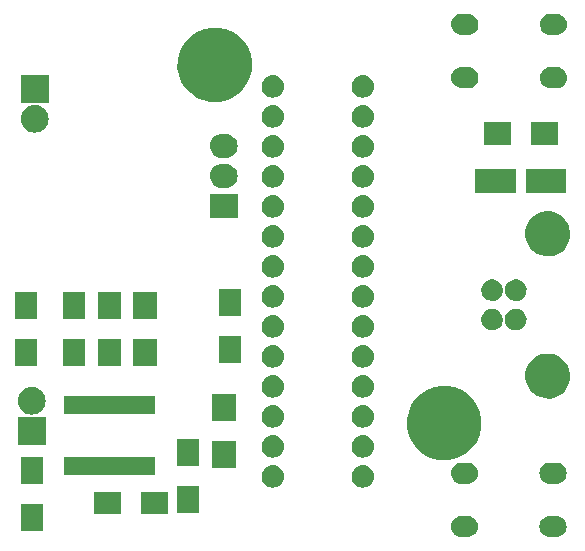
<source format=gts>
G04 #@! TF.FileFunction,Soldermask,Top*
%FSLAX45Y45*%
G04 Gerber Fmt 4.5, Leading zero omitted, Abs format (unit mm)*
G04 Created by KiCad (PCBNEW (2015-10-12 BZR 6264)-product) date Wed 14 Oct 2015 19:18:34 CEST*
%MOMM*%
G01*
G04 APERTURE LIST*
%ADD10C,0.100000*%
G04 APERTURE END LIST*
D10*
G36*
X4697387Y-4534607D02*
X4697630Y-4534609D01*
X4715318Y-4536593D01*
X4732284Y-4541975D01*
X4747881Y-4550550D01*
X4761516Y-4561991D01*
X4772669Y-4575862D01*
X4780916Y-4591636D01*
X4785941Y-4608711D01*
X4785941Y-4608715D01*
X4785942Y-4608716D01*
X4787555Y-4626437D01*
X4785695Y-4644132D01*
X4785694Y-4644134D01*
X4785694Y-4644138D01*
X4780430Y-4661141D01*
X4771965Y-4676798D01*
X4760619Y-4690513D01*
X4746826Y-4701762D01*
X4731110Y-4710119D01*
X4714071Y-4715263D01*
X4696356Y-4717000D01*
X4647642Y-4717000D01*
X4646613Y-4716993D01*
X4646370Y-4716991D01*
X4628682Y-4715007D01*
X4611716Y-4709625D01*
X4596119Y-4701050D01*
X4582484Y-4689609D01*
X4571331Y-4675738D01*
X4563084Y-4659964D01*
X4558059Y-4642889D01*
X4558059Y-4642885D01*
X4558058Y-4642884D01*
X4556446Y-4625163D01*
X4558305Y-4607468D01*
X4558306Y-4607466D01*
X4558306Y-4607462D01*
X4563570Y-4590459D01*
X4572035Y-4574802D01*
X4583381Y-4561087D01*
X4597174Y-4549838D01*
X4612890Y-4541481D01*
X4629929Y-4536337D01*
X4647644Y-4534600D01*
X4696358Y-4534600D01*
X4697387Y-4534607D01*
X4697387Y-4534607D01*
G37*
G36*
X3947387Y-4534607D02*
X3947630Y-4534609D01*
X3965318Y-4536593D01*
X3982284Y-4541975D01*
X3997881Y-4550550D01*
X4011516Y-4561991D01*
X4022669Y-4575862D01*
X4030916Y-4591636D01*
X4035941Y-4608711D01*
X4035941Y-4608715D01*
X4035942Y-4608716D01*
X4037554Y-4626437D01*
X4035695Y-4644132D01*
X4035694Y-4644134D01*
X4035694Y-4644138D01*
X4030430Y-4661141D01*
X4021965Y-4676798D01*
X4010619Y-4690513D01*
X3996826Y-4701762D01*
X3981110Y-4710119D01*
X3964071Y-4715263D01*
X3946356Y-4717000D01*
X3897642Y-4717000D01*
X3896613Y-4716993D01*
X3896370Y-4716991D01*
X3878682Y-4715007D01*
X3861716Y-4709625D01*
X3846119Y-4701050D01*
X3832484Y-4689609D01*
X3821331Y-4675738D01*
X3813084Y-4659964D01*
X3808059Y-4642889D01*
X3808059Y-4642885D01*
X3808058Y-4642884D01*
X3806445Y-4625163D01*
X3808305Y-4607468D01*
X3808306Y-4607466D01*
X3808306Y-4607462D01*
X3813570Y-4590459D01*
X3822035Y-4574802D01*
X3833381Y-4561087D01*
X3847174Y-4549838D01*
X3862890Y-4541481D01*
X3879929Y-4536337D01*
X3897644Y-4534600D01*
X3946358Y-4534600D01*
X3947387Y-4534607D01*
X3947387Y-4534607D01*
G37*
G36*
X353400Y-4665000D02*
X163400Y-4665000D01*
X163400Y-4435000D01*
X353400Y-4435000D01*
X353400Y-4665000D01*
X353400Y-4665000D01*
G37*
G36*
X1411600Y-4521200D02*
X1181600Y-4521200D01*
X1181600Y-4331200D01*
X1411600Y-4331200D01*
X1411600Y-4521200D01*
X1411600Y-4521200D01*
G37*
G36*
X1011600Y-4521200D02*
X781600Y-4521200D01*
X781600Y-4331200D01*
X1011600Y-4331200D01*
X1011600Y-4521200D01*
X1011600Y-4521200D01*
G37*
G36*
X1674200Y-4512600D02*
X1484200Y-4512600D01*
X1484200Y-4282600D01*
X1674200Y-4282600D01*
X1674200Y-4512600D01*
X1674200Y-4512600D01*
G37*
G36*
X3063543Y-4107007D02*
X3063544Y-4107008D01*
X3063786Y-4107009D01*
X3082211Y-4109076D01*
X3099884Y-4114682D01*
X3116132Y-4123614D01*
X3130335Y-4135532D01*
X3141952Y-4149981D01*
X3150542Y-4166412D01*
X3155777Y-4184199D01*
X3155777Y-4184203D01*
X3155778Y-4184204D01*
X3157458Y-4202663D01*
X3155520Y-4221096D01*
X3155520Y-4221098D01*
X3155519Y-4221102D01*
X3150037Y-4238814D01*
X3141218Y-4255123D01*
X3129400Y-4269409D01*
X3115032Y-4281128D01*
X3098661Y-4289832D01*
X3080912Y-4295191D01*
X3062460Y-4297000D01*
X3061539Y-4297000D01*
X3060457Y-4296993D01*
X3060456Y-4296992D01*
X3060214Y-4296991D01*
X3041789Y-4294924D01*
X3024116Y-4289318D01*
X3007868Y-4280386D01*
X2993665Y-4268468D01*
X2982048Y-4254019D01*
X2973458Y-4237588D01*
X2968223Y-4219801D01*
X2968223Y-4219797D01*
X2968222Y-4219796D01*
X2966542Y-4201337D01*
X2968480Y-4182904D01*
X2968480Y-4182902D01*
X2968481Y-4182898D01*
X2973963Y-4165186D01*
X2982782Y-4148877D01*
X2994600Y-4134591D01*
X3008968Y-4122872D01*
X3025339Y-4114168D01*
X3043088Y-4108809D01*
X3061540Y-4107000D01*
X3062461Y-4107000D01*
X3063543Y-4107007D01*
X3063543Y-4107007D01*
G37*
G36*
X2301543Y-4107007D02*
X2301544Y-4107008D01*
X2301786Y-4107009D01*
X2320211Y-4109076D01*
X2337884Y-4114682D01*
X2354132Y-4123614D01*
X2368335Y-4135532D01*
X2379952Y-4149981D01*
X2388542Y-4166412D01*
X2393777Y-4184199D01*
X2393777Y-4184203D01*
X2393778Y-4184204D01*
X2395458Y-4202663D01*
X2393520Y-4221096D01*
X2393520Y-4221098D01*
X2393519Y-4221102D01*
X2388037Y-4238814D01*
X2379218Y-4255123D01*
X2367400Y-4269409D01*
X2353032Y-4281128D01*
X2336661Y-4289832D01*
X2318912Y-4295191D01*
X2300460Y-4297000D01*
X2299539Y-4297000D01*
X2298457Y-4296993D01*
X2298456Y-4296992D01*
X2298214Y-4296991D01*
X2279789Y-4294924D01*
X2262116Y-4289318D01*
X2245868Y-4280386D01*
X2231665Y-4268468D01*
X2220048Y-4254019D01*
X2211458Y-4237588D01*
X2206223Y-4219801D01*
X2206223Y-4219797D01*
X2206222Y-4219796D01*
X2204542Y-4201337D01*
X2206480Y-4182904D01*
X2206480Y-4182902D01*
X2206481Y-4182898D01*
X2211963Y-4165186D01*
X2220782Y-4148877D01*
X2232600Y-4134591D01*
X2246968Y-4122872D01*
X2263339Y-4114168D01*
X2281088Y-4108809D01*
X2299540Y-4107000D01*
X2300461Y-4107000D01*
X2301543Y-4107007D01*
X2301543Y-4107007D01*
G37*
G36*
X4697387Y-4084607D02*
X4697630Y-4084609D01*
X4715318Y-4086593D01*
X4732284Y-4091975D01*
X4747881Y-4100550D01*
X4761516Y-4111991D01*
X4772669Y-4125862D01*
X4780916Y-4141636D01*
X4785941Y-4158711D01*
X4785941Y-4158715D01*
X4785942Y-4158716D01*
X4787555Y-4176437D01*
X4785695Y-4194132D01*
X4785694Y-4194134D01*
X4785694Y-4194138D01*
X4780430Y-4211141D01*
X4771965Y-4226798D01*
X4760619Y-4240513D01*
X4746826Y-4251762D01*
X4731110Y-4260119D01*
X4714071Y-4265263D01*
X4696356Y-4267000D01*
X4647642Y-4267000D01*
X4646613Y-4266993D01*
X4646370Y-4266991D01*
X4628682Y-4265007D01*
X4611716Y-4259625D01*
X4596119Y-4251050D01*
X4582484Y-4239609D01*
X4571331Y-4225738D01*
X4563084Y-4209964D01*
X4558059Y-4192889D01*
X4558059Y-4192885D01*
X4558058Y-4192884D01*
X4556446Y-4175163D01*
X4558305Y-4157468D01*
X4558306Y-4157466D01*
X4558306Y-4157462D01*
X4563570Y-4140459D01*
X4572035Y-4124802D01*
X4583381Y-4111087D01*
X4597174Y-4099838D01*
X4612890Y-4091481D01*
X4629929Y-4086337D01*
X4647644Y-4084600D01*
X4696358Y-4084600D01*
X4697387Y-4084607D01*
X4697387Y-4084607D01*
G37*
G36*
X3947387Y-4084607D02*
X3947630Y-4084609D01*
X3965318Y-4086593D01*
X3982284Y-4091975D01*
X3997881Y-4100550D01*
X4011516Y-4111991D01*
X4022669Y-4125862D01*
X4030916Y-4141636D01*
X4035941Y-4158711D01*
X4035941Y-4158715D01*
X4035942Y-4158716D01*
X4037554Y-4176437D01*
X4035695Y-4194132D01*
X4035694Y-4194134D01*
X4035694Y-4194138D01*
X4030430Y-4211141D01*
X4021965Y-4226798D01*
X4010619Y-4240513D01*
X3996826Y-4251762D01*
X3981110Y-4260119D01*
X3964071Y-4265263D01*
X3946356Y-4267000D01*
X3897642Y-4267000D01*
X3896613Y-4266993D01*
X3896370Y-4266991D01*
X3878682Y-4265007D01*
X3861716Y-4259625D01*
X3846119Y-4251050D01*
X3832484Y-4239609D01*
X3821331Y-4225738D01*
X3813084Y-4209964D01*
X3808059Y-4192889D01*
X3808059Y-4192885D01*
X3808058Y-4192884D01*
X3806445Y-4175163D01*
X3808305Y-4157468D01*
X3808306Y-4157466D01*
X3808306Y-4157462D01*
X3813570Y-4140459D01*
X3822035Y-4124802D01*
X3833381Y-4111087D01*
X3847174Y-4099838D01*
X3862890Y-4091481D01*
X3879929Y-4086337D01*
X3897644Y-4084600D01*
X3946358Y-4084600D01*
X3947387Y-4084607D01*
X3947387Y-4084607D01*
G37*
G36*
X353400Y-4265000D02*
X163400Y-4265000D01*
X163400Y-4035000D01*
X353400Y-4035000D01*
X353400Y-4265000D01*
X353400Y-4265000D01*
G37*
G36*
X1299490Y-4189800D02*
X530990Y-4189800D01*
X530990Y-4039800D01*
X1299490Y-4039800D01*
X1299490Y-4189800D01*
X1299490Y-4189800D01*
G37*
G36*
X1984000Y-4131600D02*
X1784000Y-4131600D01*
X1784000Y-3901600D01*
X1984000Y-3901600D01*
X1984000Y-4131600D01*
X1984000Y-4131600D01*
G37*
G36*
X1674200Y-4112600D02*
X1484200Y-4112600D01*
X1484200Y-3882600D01*
X1674200Y-3882600D01*
X1674200Y-4112600D01*
X1674200Y-4112600D01*
G37*
G36*
X3783083Y-3435235D02*
X3843591Y-3447656D01*
X3900534Y-3471593D01*
X3951744Y-3506134D01*
X3995269Y-3549964D01*
X4029451Y-3601413D01*
X4052990Y-3658522D01*
X4064980Y-3719074D01*
X4064980Y-3719075D01*
X4064987Y-3719115D01*
X4064002Y-3789668D01*
X4063993Y-3789707D01*
X4063993Y-3789709D01*
X4050318Y-3849902D01*
X4025194Y-3906332D01*
X3989587Y-3956807D01*
X3944856Y-3999404D01*
X3892701Y-4032502D01*
X3835113Y-4054839D01*
X3774282Y-4065565D01*
X3712525Y-4064272D01*
X3652197Y-4051008D01*
X3595593Y-4026278D01*
X3544871Y-3991025D01*
X3501962Y-3946592D01*
X3468501Y-3894671D01*
X3445762Y-3837238D01*
X3434612Y-3776484D01*
X3435474Y-3714720D01*
X3448317Y-3654300D01*
X3472650Y-3597526D01*
X3507548Y-3546559D01*
X3551681Y-3503341D01*
X3603368Y-3469518D01*
X3660639Y-3446379D01*
X3721315Y-3434804D01*
X3783083Y-3435235D01*
X3783083Y-3435235D01*
G37*
G36*
X2301543Y-3853007D02*
X2301544Y-3853008D01*
X2301786Y-3853009D01*
X2320211Y-3855076D01*
X2337884Y-3860682D01*
X2354132Y-3869614D01*
X2368335Y-3881532D01*
X2379952Y-3895981D01*
X2388542Y-3912412D01*
X2393777Y-3930199D01*
X2393777Y-3930203D01*
X2393778Y-3930204D01*
X2395458Y-3948663D01*
X2393520Y-3967096D01*
X2393520Y-3967098D01*
X2393519Y-3967102D01*
X2388037Y-3984814D01*
X2379218Y-4001123D01*
X2367400Y-4015409D01*
X2353032Y-4027127D01*
X2336661Y-4035832D01*
X2318912Y-4041191D01*
X2300460Y-4043000D01*
X2299539Y-4043000D01*
X2298457Y-4042992D01*
X2298456Y-4042992D01*
X2298214Y-4042991D01*
X2279789Y-4040924D01*
X2262116Y-4035318D01*
X2245868Y-4026386D01*
X2231665Y-4014468D01*
X2220048Y-4000018D01*
X2211458Y-3983588D01*
X2206223Y-3965801D01*
X2206223Y-3965797D01*
X2206222Y-3965796D01*
X2204542Y-3947337D01*
X2206480Y-3928904D01*
X2206480Y-3928902D01*
X2206481Y-3928898D01*
X2211963Y-3911186D01*
X2220782Y-3894877D01*
X2232600Y-3880591D01*
X2246968Y-3868872D01*
X2263339Y-3860168D01*
X2281088Y-3854809D01*
X2299540Y-3853000D01*
X2300461Y-3853000D01*
X2301543Y-3853007D01*
X2301543Y-3853007D01*
G37*
G36*
X3063543Y-3853007D02*
X3063544Y-3853008D01*
X3063786Y-3853009D01*
X3082211Y-3855076D01*
X3099884Y-3860682D01*
X3116132Y-3869614D01*
X3130335Y-3881532D01*
X3141952Y-3895981D01*
X3150542Y-3912412D01*
X3155777Y-3930199D01*
X3155777Y-3930203D01*
X3155778Y-3930204D01*
X3157458Y-3948663D01*
X3155520Y-3967096D01*
X3155520Y-3967098D01*
X3155519Y-3967102D01*
X3150037Y-3984814D01*
X3141218Y-4001123D01*
X3129400Y-4015409D01*
X3115032Y-4027127D01*
X3098661Y-4035832D01*
X3080912Y-4041191D01*
X3062460Y-4043000D01*
X3061539Y-4043000D01*
X3060457Y-4042992D01*
X3060456Y-4042992D01*
X3060214Y-4042991D01*
X3041789Y-4040924D01*
X3024116Y-4035318D01*
X3007868Y-4026386D01*
X2993665Y-4014468D01*
X2982048Y-4000018D01*
X2973458Y-3983588D01*
X2968223Y-3965801D01*
X2968223Y-3965797D01*
X2968222Y-3965796D01*
X2966542Y-3947337D01*
X2968480Y-3928904D01*
X2968480Y-3928902D01*
X2968481Y-3928898D01*
X2973963Y-3911186D01*
X2982782Y-3894877D01*
X2994600Y-3880591D01*
X3008968Y-3868872D01*
X3025339Y-3860168D01*
X3043088Y-3854809D01*
X3061540Y-3853000D01*
X3062461Y-3853000D01*
X3063543Y-3853007D01*
X3063543Y-3853007D01*
G37*
G36*
X375000Y-3933200D02*
X141800Y-3933200D01*
X141800Y-3700000D01*
X375000Y-3700000D01*
X375000Y-3933200D01*
X375000Y-3933200D01*
G37*
G36*
X2301543Y-3599007D02*
X2301544Y-3599008D01*
X2301786Y-3599009D01*
X2320211Y-3601076D01*
X2337884Y-3606682D01*
X2354132Y-3615614D01*
X2368335Y-3627532D01*
X2379952Y-3641981D01*
X2388542Y-3658412D01*
X2393777Y-3676199D01*
X2393777Y-3676203D01*
X2393778Y-3676204D01*
X2395458Y-3694663D01*
X2393520Y-3713096D01*
X2393520Y-3713098D01*
X2393519Y-3713102D01*
X2388037Y-3730814D01*
X2379218Y-3747123D01*
X2367400Y-3761409D01*
X2353032Y-3773127D01*
X2336661Y-3781832D01*
X2318912Y-3787191D01*
X2300460Y-3789000D01*
X2299539Y-3789000D01*
X2298457Y-3788992D01*
X2298456Y-3788992D01*
X2298214Y-3788991D01*
X2279789Y-3786924D01*
X2262116Y-3781318D01*
X2245868Y-3772386D01*
X2231665Y-3760468D01*
X2220048Y-3746018D01*
X2211458Y-3729588D01*
X2206223Y-3711801D01*
X2206223Y-3711797D01*
X2206222Y-3711796D01*
X2204542Y-3693337D01*
X2206480Y-3674904D01*
X2206480Y-3674902D01*
X2206481Y-3674898D01*
X2211963Y-3657186D01*
X2220782Y-3640877D01*
X2232600Y-3626591D01*
X2246968Y-3614872D01*
X2263339Y-3606168D01*
X2281088Y-3600809D01*
X2299540Y-3599000D01*
X2300461Y-3599000D01*
X2301543Y-3599007D01*
X2301543Y-3599007D01*
G37*
G36*
X3063543Y-3599007D02*
X3063544Y-3599008D01*
X3063786Y-3599009D01*
X3082211Y-3601076D01*
X3099884Y-3606682D01*
X3116132Y-3615614D01*
X3130335Y-3627532D01*
X3141952Y-3641981D01*
X3150542Y-3658412D01*
X3155777Y-3676199D01*
X3155777Y-3676203D01*
X3155778Y-3676204D01*
X3157458Y-3694663D01*
X3155520Y-3713096D01*
X3155520Y-3713098D01*
X3155519Y-3713102D01*
X3150037Y-3730814D01*
X3141218Y-3747123D01*
X3129400Y-3761409D01*
X3115032Y-3773127D01*
X3098661Y-3781832D01*
X3080912Y-3787191D01*
X3062460Y-3789000D01*
X3061539Y-3789000D01*
X3060457Y-3788992D01*
X3060456Y-3788992D01*
X3060214Y-3788991D01*
X3041789Y-3786924D01*
X3024116Y-3781318D01*
X3007868Y-3772386D01*
X2993665Y-3760468D01*
X2982048Y-3746018D01*
X2973458Y-3729588D01*
X2968223Y-3711801D01*
X2968223Y-3711797D01*
X2968222Y-3711796D01*
X2966542Y-3693337D01*
X2968480Y-3674904D01*
X2968480Y-3674902D01*
X2968481Y-3674898D01*
X2973963Y-3657186D01*
X2982782Y-3640877D01*
X2994600Y-3626591D01*
X3008968Y-3614872D01*
X3025339Y-3606168D01*
X3043088Y-3600809D01*
X3061540Y-3599000D01*
X3062461Y-3599000D01*
X3063543Y-3599007D01*
X3063543Y-3599007D01*
G37*
G36*
X1984000Y-3731600D02*
X1784000Y-3731600D01*
X1784000Y-3501600D01*
X1984000Y-3501600D01*
X1984000Y-3731600D01*
X1984000Y-3731600D01*
G37*
G36*
X260052Y-3446008D02*
X260592Y-3446011D01*
X283207Y-3448548D01*
X304898Y-3455429D01*
X324839Y-3466392D01*
X342272Y-3481019D01*
X356531Y-3498754D01*
X367074Y-3518921D01*
X373499Y-3540751D01*
X373499Y-3540756D01*
X373500Y-3540757D01*
X375562Y-3563414D01*
X373183Y-3586040D01*
X373183Y-3586040D01*
X373183Y-3586046D01*
X366453Y-3607784D01*
X355630Y-3627802D01*
X341125Y-3645336D01*
X323490Y-3659719D01*
X303397Y-3670402D01*
X281612Y-3676979D01*
X258964Y-3679200D01*
X257835Y-3679200D01*
X256748Y-3679192D01*
X256208Y-3679189D01*
X233593Y-3676652D01*
X211902Y-3669771D01*
X191961Y-3658808D01*
X174528Y-3644181D01*
X160269Y-3626446D01*
X149726Y-3606279D01*
X143301Y-3584449D01*
X143301Y-3584444D01*
X143300Y-3584443D01*
X141238Y-3561786D01*
X143617Y-3539160D01*
X143617Y-3539160D01*
X143617Y-3539154D01*
X150347Y-3517416D01*
X161170Y-3497398D01*
X175675Y-3479864D01*
X193310Y-3465481D01*
X213403Y-3454798D01*
X235188Y-3448221D01*
X257836Y-3446000D01*
X258965Y-3446000D01*
X260052Y-3446008D01*
X260052Y-3446008D01*
G37*
G36*
X1299490Y-3669800D02*
X530990Y-3669800D01*
X530990Y-3519800D01*
X1299490Y-3519800D01*
X1299490Y-3669800D01*
X1299490Y-3669800D01*
G37*
G36*
X4647157Y-3161926D02*
X4683656Y-3169418D01*
X4718006Y-3183858D01*
X4748897Y-3204694D01*
X4775152Y-3231133D01*
X4795772Y-3262168D01*
X4809971Y-3296618D01*
X4817200Y-3333128D01*
X4817200Y-3333129D01*
X4817208Y-3333169D01*
X4816614Y-3375728D01*
X4816605Y-3375768D01*
X4816605Y-3375770D01*
X4808359Y-3412064D01*
X4793204Y-3446103D01*
X4771725Y-3476551D01*
X4744742Y-3502246D01*
X4713281Y-3522212D01*
X4678542Y-3535687D01*
X4641848Y-3542157D01*
X4604594Y-3541377D01*
X4568203Y-3533375D01*
X4534058Y-3518458D01*
X4503461Y-3497192D01*
X4477578Y-3470389D01*
X4457393Y-3439069D01*
X4443676Y-3404424D01*
X4436950Y-3367776D01*
X4437470Y-3330519D01*
X4445217Y-3294072D01*
X4459896Y-3259824D01*
X4480947Y-3229079D01*
X4507569Y-3203009D01*
X4538748Y-3182606D01*
X4573296Y-3168648D01*
X4609896Y-3161666D01*
X4647157Y-3161926D01*
X4647157Y-3161926D01*
G37*
G36*
X3063543Y-3345007D02*
X3063544Y-3345008D01*
X3063786Y-3345009D01*
X3082211Y-3347076D01*
X3099884Y-3352682D01*
X3116132Y-3361614D01*
X3130335Y-3373532D01*
X3141952Y-3387981D01*
X3150542Y-3404412D01*
X3155777Y-3422199D01*
X3155777Y-3422203D01*
X3155778Y-3422204D01*
X3157458Y-3440663D01*
X3155520Y-3459096D01*
X3155520Y-3459098D01*
X3155519Y-3459102D01*
X3150037Y-3476814D01*
X3141218Y-3493123D01*
X3129400Y-3507409D01*
X3115032Y-3519127D01*
X3098661Y-3527832D01*
X3080912Y-3533191D01*
X3062460Y-3535000D01*
X3061539Y-3535000D01*
X3060457Y-3534992D01*
X3060456Y-3534992D01*
X3060214Y-3534991D01*
X3041789Y-3532924D01*
X3024116Y-3527318D01*
X3007868Y-3518386D01*
X2993665Y-3506468D01*
X2982048Y-3492018D01*
X2973458Y-3475588D01*
X2968223Y-3457801D01*
X2968223Y-3457797D01*
X2968222Y-3457796D01*
X2966542Y-3439337D01*
X2968480Y-3420904D01*
X2968480Y-3420902D01*
X2968481Y-3420898D01*
X2973963Y-3403186D01*
X2982782Y-3386877D01*
X2994600Y-3372591D01*
X3008968Y-3360872D01*
X3025339Y-3352168D01*
X3043088Y-3346809D01*
X3061540Y-3345000D01*
X3062461Y-3345000D01*
X3063543Y-3345007D01*
X3063543Y-3345007D01*
G37*
G36*
X2301543Y-3345007D02*
X2301544Y-3345008D01*
X2301786Y-3345009D01*
X2320211Y-3347076D01*
X2337884Y-3352682D01*
X2354132Y-3361614D01*
X2368335Y-3373532D01*
X2379952Y-3387981D01*
X2388542Y-3404412D01*
X2393777Y-3422199D01*
X2393777Y-3422203D01*
X2393778Y-3422204D01*
X2395458Y-3440663D01*
X2393520Y-3459096D01*
X2393520Y-3459098D01*
X2393519Y-3459102D01*
X2388037Y-3476814D01*
X2379218Y-3493123D01*
X2367400Y-3507409D01*
X2353032Y-3519127D01*
X2336661Y-3527832D01*
X2318912Y-3533191D01*
X2300460Y-3535000D01*
X2299539Y-3535000D01*
X2298457Y-3534992D01*
X2298456Y-3534992D01*
X2298214Y-3534991D01*
X2279789Y-3532924D01*
X2262116Y-3527318D01*
X2245868Y-3518386D01*
X2231665Y-3506468D01*
X2220048Y-3492018D01*
X2211458Y-3475588D01*
X2206223Y-3457801D01*
X2206223Y-3457797D01*
X2206222Y-3457796D01*
X2204542Y-3439337D01*
X2206480Y-3420904D01*
X2206480Y-3420902D01*
X2206481Y-3420898D01*
X2211963Y-3403186D01*
X2220782Y-3386877D01*
X2232600Y-3372591D01*
X2246968Y-3360872D01*
X2263339Y-3352168D01*
X2281088Y-3346809D01*
X2299540Y-3345000D01*
X2300461Y-3345000D01*
X2301543Y-3345007D01*
X2301543Y-3345007D01*
G37*
G36*
X2301543Y-3091007D02*
X2301544Y-3091008D01*
X2301786Y-3091009D01*
X2320211Y-3093076D01*
X2337884Y-3098682D01*
X2354132Y-3107614D01*
X2368335Y-3119532D01*
X2379952Y-3133981D01*
X2388542Y-3150412D01*
X2393777Y-3168199D01*
X2393777Y-3168203D01*
X2393778Y-3168204D01*
X2395458Y-3186663D01*
X2393520Y-3205096D01*
X2393520Y-3205098D01*
X2393519Y-3205102D01*
X2388037Y-3222814D01*
X2379218Y-3239123D01*
X2367400Y-3253409D01*
X2353032Y-3265127D01*
X2336661Y-3273832D01*
X2318912Y-3279191D01*
X2300460Y-3281000D01*
X2299539Y-3281000D01*
X2298457Y-3280992D01*
X2298456Y-3280992D01*
X2298214Y-3280991D01*
X2279789Y-3278924D01*
X2262116Y-3273318D01*
X2245868Y-3264386D01*
X2231665Y-3252468D01*
X2220048Y-3238018D01*
X2211458Y-3221588D01*
X2206223Y-3203801D01*
X2206223Y-3203797D01*
X2206222Y-3203796D01*
X2204542Y-3185337D01*
X2206480Y-3166904D01*
X2206480Y-3166902D01*
X2206481Y-3166898D01*
X2211963Y-3149186D01*
X2220782Y-3132877D01*
X2232600Y-3118591D01*
X2246968Y-3106872D01*
X2263339Y-3098168D01*
X2281088Y-3092809D01*
X2299540Y-3091000D01*
X2300461Y-3091000D01*
X2301543Y-3091007D01*
X2301543Y-3091007D01*
G37*
G36*
X3063543Y-3091007D02*
X3063544Y-3091008D01*
X3063786Y-3091009D01*
X3082211Y-3093076D01*
X3099884Y-3098682D01*
X3116132Y-3107614D01*
X3130335Y-3119532D01*
X3141952Y-3133981D01*
X3150542Y-3150412D01*
X3155777Y-3168199D01*
X3155777Y-3168203D01*
X3155778Y-3168204D01*
X3157458Y-3186663D01*
X3155520Y-3205096D01*
X3155520Y-3205098D01*
X3155519Y-3205102D01*
X3150037Y-3222814D01*
X3141218Y-3239123D01*
X3129400Y-3253409D01*
X3115032Y-3265127D01*
X3098661Y-3273832D01*
X3080912Y-3279191D01*
X3062460Y-3281000D01*
X3061539Y-3281000D01*
X3060457Y-3280992D01*
X3060456Y-3280992D01*
X3060214Y-3280991D01*
X3041789Y-3278924D01*
X3024116Y-3273318D01*
X3007868Y-3264386D01*
X2993665Y-3252468D01*
X2982048Y-3238018D01*
X2973458Y-3221588D01*
X2968223Y-3203801D01*
X2968223Y-3203797D01*
X2968222Y-3203796D01*
X2966542Y-3185337D01*
X2968480Y-3166904D01*
X2968480Y-3166902D01*
X2968481Y-3166898D01*
X2973963Y-3149186D01*
X2982782Y-3132877D01*
X2994600Y-3118591D01*
X3008968Y-3106872D01*
X3025339Y-3098168D01*
X3043088Y-3092809D01*
X3061540Y-3091000D01*
X3062461Y-3091000D01*
X3063543Y-3091007D01*
X3063543Y-3091007D01*
G37*
G36*
X1315240Y-3269800D02*
X1115240Y-3269800D01*
X1115240Y-3039800D01*
X1315240Y-3039800D01*
X1315240Y-3269800D01*
X1315240Y-3269800D01*
G37*
G36*
X710240Y-3269800D02*
X520240Y-3269800D01*
X520240Y-3039800D01*
X710240Y-3039800D01*
X710240Y-3269800D01*
X710240Y-3269800D01*
G37*
G36*
X1015240Y-3269800D02*
X815240Y-3269800D01*
X815240Y-3039800D01*
X1015240Y-3039800D01*
X1015240Y-3269800D01*
X1015240Y-3269800D01*
G37*
G36*
X302600Y-3268000D02*
X112600Y-3268000D01*
X112600Y-3038000D01*
X302600Y-3038000D01*
X302600Y-3268000D01*
X302600Y-3268000D01*
G37*
G36*
X2029800Y-3242600D02*
X1839800Y-3242600D01*
X1839800Y-3012600D01*
X2029800Y-3012600D01*
X2029800Y-3242600D01*
X2029800Y-3242600D01*
G37*
G36*
X2301543Y-2837007D02*
X2301544Y-2837008D01*
X2301786Y-2837009D01*
X2320211Y-2839076D01*
X2337884Y-2844682D01*
X2354132Y-2853614D01*
X2368335Y-2865532D01*
X2379952Y-2879981D01*
X2388542Y-2896412D01*
X2393777Y-2914199D01*
X2393777Y-2914203D01*
X2393778Y-2914204D01*
X2395458Y-2932663D01*
X2393520Y-2951096D01*
X2393520Y-2951098D01*
X2393519Y-2951102D01*
X2388037Y-2968814D01*
X2379218Y-2985123D01*
X2367400Y-2999409D01*
X2353032Y-3011127D01*
X2336661Y-3019832D01*
X2318912Y-3025191D01*
X2300460Y-3027000D01*
X2299539Y-3027000D01*
X2298457Y-3026992D01*
X2298456Y-3026992D01*
X2298214Y-3026991D01*
X2279789Y-3024924D01*
X2262116Y-3019318D01*
X2245868Y-3010386D01*
X2231665Y-2998468D01*
X2220048Y-2984018D01*
X2211458Y-2967588D01*
X2206223Y-2949801D01*
X2206223Y-2949797D01*
X2206222Y-2949796D01*
X2204542Y-2931337D01*
X2206480Y-2912904D01*
X2206480Y-2912902D01*
X2206481Y-2912898D01*
X2211963Y-2895186D01*
X2220782Y-2878877D01*
X2232600Y-2864591D01*
X2246968Y-2852872D01*
X2263339Y-2844168D01*
X2281088Y-2838809D01*
X2299540Y-2837000D01*
X2300461Y-2837000D01*
X2301543Y-2837007D01*
X2301543Y-2837007D01*
G37*
G36*
X3063543Y-2837007D02*
X3063544Y-2837008D01*
X3063786Y-2837009D01*
X3082211Y-2839076D01*
X3099884Y-2844682D01*
X3116132Y-2853614D01*
X3130335Y-2865532D01*
X3141952Y-2879981D01*
X3150542Y-2896412D01*
X3155777Y-2914199D01*
X3155777Y-2914203D01*
X3155778Y-2914204D01*
X3157458Y-2932663D01*
X3155520Y-2951096D01*
X3155520Y-2951098D01*
X3155519Y-2951102D01*
X3150037Y-2968814D01*
X3141218Y-2985123D01*
X3129400Y-2999409D01*
X3115032Y-3011127D01*
X3098661Y-3019832D01*
X3080912Y-3025191D01*
X3062460Y-3027000D01*
X3061539Y-3027000D01*
X3060457Y-3026992D01*
X3060456Y-3026992D01*
X3060214Y-3026991D01*
X3041789Y-3024924D01*
X3024116Y-3019318D01*
X3007868Y-3010386D01*
X2993665Y-2998468D01*
X2982048Y-2984018D01*
X2973458Y-2967588D01*
X2968223Y-2949801D01*
X2968223Y-2949797D01*
X2968222Y-2949796D01*
X2966542Y-2931337D01*
X2968480Y-2912904D01*
X2968480Y-2912902D01*
X2968481Y-2912898D01*
X2973963Y-2895186D01*
X2982782Y-2878877D01*
X2994600Y-2864591D01*
X3008968Y-2852872D01*
X3025339Y-2844168D01*
X3043088Y-2838809D01*
X3061540Y-2837000D01*
X3062461Y-2837000D01*
X3063543Y-2837007D01*
X3063543Y-2837007D01*
G37*
G36*
X4365780Y-2783661D02*
X4383299Y-2787257D01*
X4399787Y-2794188D01*
X4414614Y-2804189D01*
X4427217Y-2816880D01*
X4437115Y-2831777D01*
X4443930Y-2848313D01*
X4447396Y-2865816D01*
X4447396Y-2865817D01*
X4447404Y-2865857D01*
X4447119Y-2886286D01*
X4447110Y-2886326D01*
X4447110Y-2886327D01*
X4443156Y-2903726D01*
X4435882Y-2920066D01*
X4425572Y-2934681D01*
X4412621Y-2947014D01*
X4397519Y-2956598D01*
X4380844Y-2963066D01*
X4363231Y-2966171D01*
X4345349Y-2965797D01*
X4327882Y-2961956D01*
X4311492Y-2954796D01*
X4296805Y-2944588D01*
X4284381Y-2931723D01*
X4274693Y-2916689D01*
X4268108Y-2900060D01*
X4264880Y-2882468D01*
X4265130Y-2864585D01*
X4268848Y-2847090D01*
X4275894Y-2830651D01*
X4285999Y-2815894D01*
X4298777Y-2803380D01*
X4313743Y-2793587D01*
X4330326Y-2786887D01*
X4347894Y-2783536D01*
X4365780Y-2783661D01*
X4365780Y-2783661D01*
G37*
G36*
X4165780Y-2783661D02*
X4183299Y-2787257D01*
X4199787Y-2794188D01*
X4214614Y-2804189D01*
X4227217Y-2816880D01*
X4237115Y-2831777D01*
X4243930Y-2848313D01*
X4247396Y-2865816D01*
X4247396Y-2865817D01*
X4247404Y-2865857D01*
X4247119Y-2886286D01*
X4247110Y-2886326D01*
X4247110Y-2886327D01*
X4243156Y-2903726D01*
X4235882Y-2920066D01*
X4225572Y-2934681D01*
X4212621Y-2947014D01*
X4197519Y-2956598D01*
X4180844Y-2963066D01*
X4163231Y-2966171D01*
X4145349Y-2965797D01*
X4127881Y-2961956D01*
X4111492Y-2954796D01*
X4096805Y-2944588D01*
X4084381Y-2931723D01*
X4074692Y-2916689D01*
X4068108Y-2900060D01*
X4064880Y-2882468D01*
X4065130Y-2864585D01*
X4068848Y-2847090D01*
X4075894Y-2830651D01*
X4085999Y-2815894D01*
X4098777Y-2803380D01*
X4113743Y-2793587D01*
X4130326Y-2786887D01*
X4147894Y-2783536D01*
X4165780Y-2783661D01*
X4165780Y-2783661D01*
G37*
G36*
X710240Y-2869800D02*
X520240Y-2869800D01*
X520240Y-2639800D01*
X710240Y-2639800D01*
X710240Y-2869800D01*
X710240Y-2869800D01*
G37*
G36*
X1315240Y-2869800D02*
X1115240Y-2869800D01*
X1115240Y-2639800D01*
X1315240Y-2639800D01*
X1315240Y-2869800D01*
X1315240Y-2869800D01*
G37*
G36*
X1015240Y-2869800D02*
X815240Y-2869800D01*
X815240Y-2639800D01*
X1015240Y-2639800D01*
X1015240Y-2869800D01*
X1015240Y-2869800D01*
G37*
G36*
X302600Y-2868000D02*
X112600Y-2868000D01*
X112600Y-2638000D01*
X302600Y-2638000D01*
X302600Y-2868000D01*
X302600Y-2868000D01*
G37*
G36*
X2029800Y-2842600D02*
X1839800Y-2842600D01*
X1839800Y-2612600D01*
X2029800Y-2612600D01*
X2029800Y-2842600D01*
X2029800Y-2842600D01*
G37*
G36*
X3063543Y-2583008D02*
X3063544Y-2583008D01*
X3063786Y-2583009D01*
X3082211Y-2585076D01*
X3099884Y-2590682D01*
X3116132Y-2599614D01*
X3130335Y-2611532D01*
X3141952Y-2625982D01*
X3150542Y-2642412D01*
X3155777Y-2660199D01*
X3155777Y-2660203D01*
X3155778Y-2660204D01*
X3157458Y-2678663D01*
X3155520Y-2697096D01*
X3155520Y-2697098D01*
X3155519Y-2697102D01*
X3150037Y-2714814D01*
X3141218Y-2731123D01*
X3129400Y-2745409D01*
X3115032Y-2757128D01*
X3098661Y-2765832D01*
X3080912Y-2771191D01*
X3062460Y-2773000D01*
X3061539Y-2773000D01*
X3060457Y-2772993D01*
X3060456Y-2772992D01*
X3060214Y-2772991D01*
X3041789Y-2770924D01*
X3024116Y-2765318D01*
X3007868Y-2756386D01*
X2993665Y-2744468D01*
X2982048Y-2730019D01*
X2973458Y-2713588D01*
X2968223Y-2695801D01*
X2968223Y-2695797D01*
X2968222Y-2695796D01*
X2966542Y-2677337D01*
X2968480Y-2658904D01*
X2968480Y-2658902D01*
X2968481Y-2658898D01*
X2973963Y-2641186D01*
X2982782Y-2624877D01*
X2994600Y-2610591D01*
X3008968Y-2598873D01*
X3025339Y-2590168D01*
X3043088Y-2584809D01*
X3061540Y-2583000D01*
X3062461Y-2583000D01*
X3063543Y-2583008D01*
X3063543Y-2583008D01*
G37*
G36*
X2301543Y-2583008D02*
X2301544Y-2583008D01*
X2301786Y-2583009D01*
X2320211Y-2585076D01*
X2337884Y-2590682D01*
X2354132Y-2599614D01*
X2368335Y-2611532D01*
X2379952Y-2625982D01*
X2388542Y-2642412D01*
X2393777Y-2660199D01*
X2393777Y-2660203D01*
X2393778Y-2660204D01*
X2395458Y-2678663D01*
X2393520Y-2697096D01*
X2393520Y-2697098D01*
X2393519Y-2697102D01*
X2388037Y-2714814D01*
X2379218Y-2731123D01*
X2367400Y-2745409D01*
X2353032Y-2757128D01*
X2336661Y-2765832D01*
X2318912Y-2771191D01*
X2300460Y-2773000D01*
X2299539Y-2773000D01*
X2298457Y-2772993D01*
X2298456Y-2772992D01*
X2298214Y-2772991D01*
X2279789Y-2770924D01*
X2262116Y-2765318D01*
X2245868Y-2756386D01*
X2231665Y-2744468D01*
X2220048Y-2730019D01*
X2211458Y-2713588D01*
X2206223Y-2695801D01*
X2206223Y-2695797D01*
X2206222Y-2695796D01*
X2204542Y-2677337D01*
X2206480Y-2658904D01*
X2206480Y-2658902D01*
X2206481Y-2658898D01*
X2211963Y-2641186D01*
X2220782Y-2624877D01*
X2232600Y-2610591D01*
X2246968Y-2598873D01*
X2263339Y-2590168D01*
X2281088Y-2584809D01*
X2299540Y-2583000D01*
X2300461Y-2583000D01*
X2301543Y-2583008D01*
X2301543Y-2583008D01*
G37*
G36*
X4365780Y-2533661D02*
X4383299Y-2537257D01*
X4399787Y-2544188D01*
X4414614Y-2554189D01*
X4427217Y-2566880D01*
X4437115Y-2581777D01*
X4443930Y-2598313D01*
X4447396Y-2615816D01*
X4447396Y-2615817D01*
X4447404Y-2615857D01*
X4447119Y-2636286D01*
X4447110Y-2636326D01*
X4447110Y-2636327D01*
X4443156Y-2653727D01*
X4435882Y-2670066D01*
X4425572Y-2684681D01*
X4412621Y-2697014D01*
X4397519Y-2706598D01*
X4380844Y-2713066D01*
X4363231Y-2716171D01*
X4345349Y-2715797D01*
X4327882Y-2711956D01*
X4311492Y-2704796D01*
X4296805Y-2694588D01*
X4284381Y-2681723D01*
X4274693Y-2666689D01*
X4268108Y-2650060D01*
X4264880Y-2632468D01*
X4265130Y-2614585D01*
X4268848Y-2597090D01*
X4275894Y-2580651D01*
X4285999Y-2565894D01*
X4298777Y-2553380D01*
X4313743Y-2543587D01*
X4330326Y-2536887D01*
X4347894Y-2533536D01*
X4365780Y-2533661D01*
X4365780Y-2533661D01*
G37*
G36*
X4165780Y-2533661D02*
X4183299Y-2537257D01*
X4199787Y-2544188D01*
X4214614Y-2554189D01*
X4227217Y-2566880D01*
X4237115Y-2581777D01*
X4243930Y-2598313D01*
X4247396Y-2615816D01*
X4247396Y-2615817D01*
X4247404Y-2615857D01*
X4247119Y-2636286D01*
X4247110Y-2636326D01*
X4247110Y-2636327D01*
X4243156Y-2653727D01*
X4235882Y-2670066D01*
X4225572Y-2684681D01*
X4212621Y-2697014D01*
X4197519Y-2706598D01*
X4180844Y-2713066D01*
X4163231Y-2716171D01*
X4145349Y-2715797D01*
X4127881Y-2711956D01*
X4111492Y-2704796D01*
X4096805Y-2694588D01*
X4084381Y-2681723D01*
X4074692Y-2666689D01*
X4068108Y-2650060D01*
X4064880Y-2632468D01*
X4065130Y-2614585D01*
X4068848Y-2597090D01*
X4075894Y-2580651D01*
X4085999Y-2565894D01*
X4098777Y-2553380D01*
X4113743Y-2543587D01*
X4130326Y-2536887D01*
X4147894Y-2533536D01*
X4165780Y-2533661D01*
X4165780Y-2533661D01*
G37*
G36*
X3063543Y-2329008D02*
X3063544Y-2329008D01*
X3063786Y-2329009D01*
X3082211Y-2331076D01*
X3099884Y-2336682D01*
X3116132Y-2345614D01*
X3130335Y-2357532D01*
X3141952Y-2371982D01*
X3150542Y-2388412D01*
X3155777Y-2406199D01*
X3155777Y-2406203D01*
X3155778Y-2406204D01*
X3157458Y-2424663D01*
X3155520Y-2443096D01*
X3155520Y-2443098D01*
X3155519Y-2443102D01*
X3150037Y-2460814D01*
X3141218Y-2477123D01*
X3129400Y-2491409D01*
X3115032Y-2503128D01*
X3098661Y-2511832D01*
X3080912Y-2517191D01*
X3062460Y-2519000D01*
X3061539Y-2519000D01*
X3060457Y-2518993D01*
X3060456Y-2518992D01*
X3060214Y-2518991D01*
X3041789Y-2516924D01*
X3024116Y-2511318D01*
X3007868Y-2502386D01*
X2993665Y-2490468D01*
X2982048Y-2476019D01*
X2973458Y-2459588D01*
X2968223Y-2441801D01*
X2968223Y-2441797D01*
X2968222Y-2441796D01*
X2966542Y-2423337D01*
X2968480Y-2404904D01*
X2968480Y-2404902D01*
X2968481Y-2404898D01*
X2973963Y-2387186D01*
X2982782Y-2370877D01*
X2994600Y-2356591D01*
X3008968Y-2344873D01*
X3025339Y-2336168D01*
X3043088Y-2330809D01*
X3061540Y-2329000D01*
X3062461Y-2329000D01*
X3063543Y-2329008D01*
X3063543Y-2329008D01*
G37*
G36*
X2301543Y-2329008D02*
X2301544Y-2329008D01*
X2301786Y-2329009D01*
X2320211Y-2331076D01*
X2337884Y-2336682D01*
X2354132Y-2345614D01*
X2368335Y-2357532D01*
X2379952Y-2371982D01*
X2388542Y-2388412D01*
X2393777Y-2406199D01*
X2393777Y-2406203D01*
X2393778Y-2406204D01*
X2395458Y-2424663D01*
X2393520Y-2443096D01*
X2393520Y-2443098D01*
X2393519Y-2443102D01*
X2388037Y-2460814D01*
X2379218Y-2477123D01*
X2367400Y-2491409D01*
X2353032Y-2503128D01*
X2336661Y-2511832D01*
X2318912Y-2517191D01*
X2300460Y-2519000D01*
X2299539Y-2519000D01*
X2298457Y-2518993D01*
X2298456Y-2518992D01*
X2298214Y-2518991D01*
X2279789Y-2516924D01*
X2262116Y-2511318D01*
X2245868Y-2502386D01*
X2231665Y-2490468D01*
X2220048Y-2476019D01*
X2211458Y-2459588D01*
X2206223Y-2441801D01*
X2206223Y-2441797D01*
X2206222Y-2441796D01*
X2204542Y-2423337D01*
X2206480Y-2404904D01*
X2206480Y-2404902D01*
X2206481Y-2404898D01*
X2211963Y-2387186D01*
X2220782Y-2370877D01*
X2232600Y-2356591D01*
X2246968Y-2344873D01*
X2263339Y-2336168D01*
X2281088Y-2330809D01*
X2299540Y-2329000D01*
X2300461Y-2329000D01*
X2301543Y-2329008D01*
X2301543Y-2329008D01*
G37*
G36*
X4647157Y-1957926D02*
X4683656Y-1965418D01*
X4718006Y-1979858D01*
X4748897Y-2000694D01*
X4775152Y-2027133D01*
X4795772Y-2058168D01*
X4809971Y-2092618D01*
X4817200Y-2129128D01*
X4817200Y-2129130D01*
X4817208Y-2129170D01*
X4816614Y-2171729D01*
X4816605Y-2171768D01*
X4816605Y-2171770D01*
X4808359Y-2208064D01*
X4793204Y-2242103D01*
X4771725Y-2272551D01*
X4744742Y-2298247D01*
X4713281Y-2318212D01*
X4678542Y-2331687D01*
X4641848Y-2338157D01*
X4604594Y-2337377D01*
X4568203Y-2329376D01*
X4534058Y-2314458D01*
X4503461Y-2293192D01*
X4477578Y-2266390D01*
X4457393Y-2235069D01*
X4443676Y-2200424D01*
X4436950Y-2163776D01*
X4437470Y-2126519D01*
X4445217Y-2090072D01*
X4459896Y-2055824D01*
X4480947Y-2025079D01*
X4507569Y-1999009D01*
X4538748Y-1978606D01*
X4573296Y-1964648D01*
X4609896Y-1957666D01*
X4647157Y-1957926D01*
X4647157Y-1957926D01*
G37*
G36*
X2301543Y-2075007D02*
X2301544Y-2075008D01*
X2301786Y-2075009D01*
X2320211Y-2077076D01*
X2337884Y-2082682D01*
X2354132Y-2091614D01*
X2368335Y-2103532D01*
X2379952Y-2117982D01*
X2388542Y-2134412D01*
X2393777Y-2152199D01*
X2393777Y-2152203D01*
X2393778Y-2152204D01*
X2395458Y-2170663D01*
X2393520Y-2189096D01*
X2393520Y-2189098D01*
X2393519Y-2189102D01*
X2388037Y-2206814D01*
X2379218Y-2223123D01*
X2367400Y-2237409D01*
X2353032Y-2249128D01*
X2336661Y-2257832D01*
X2318912Y-2263191D01*
X2300460Y-2265000D01*
X2299539Y-2265000D01*
X2298457Y-2264993D01*
X2298456Y-2264992D01*
X2298214Y-2264991D01*
X2279789Y-2262924D01*
X2262116Y-2257318D01*
X2245868Y-2248386D01*
X2231665Y-2236468D01*
X2220048Y-2222019D01*
X2211458Y-2205588D01*
X2206223Y-2187801D01*
X2206223Y-2187797D01*
X2206222Y-2187796D01*
X2204542Y-2169337D01*
X2206480Y-2150904D01*
X2206480Y-2150902D01*
X2206481Y-2150898D01*
X2211963Y-2133186D01*
X2220782Y-2116877D01*
X2232600Y-2102591D01*
X2246968Y-2090872D01*
X2263339Y-2082168D01*
X2281088Y-2076809D01*
X2299540Y-2075000D01*
X2300461Y-2075000D01*
X2301543Y-2075007D01*
X2301543Y-2075007D01*
G37*
G36*
X3063543Y-2075007D02*
X3063544Y-2075008D01*
X3063786Y-2075009D01*
X3082211Y-2077076D01*
X3099884Y-2082682D01*
X3116132Y-2091614D01*
X3130335Y-2103532D01*
X3141952Y-2117982D01*
X3150542Y-2134412D01*
X3155777Y-2152199D01*
X3155777Y-2152203D01*
X3155778Y-2152204D01*
X3157458Y-2170663D01*
X3155520Y-2189096D01*
X3155520Y-2189098D01*
X3155519Y-2189102D01*
X3150037Y-2206814D01*
X3141218Y-2223123D01*
X3129400Y-2237409D01*
X3115032Y-2249128D01*
X3098661Y-2257832D01*
X3080912Y-2263191D01*
X3062460Y-2265000D01*
X3061539Y-2265000D01*
X3060457Y-2264993D01*
X3060456Y-2264992D01*
X3060214Y-2264991D01*
X3041789Y-2262924D01*
X3024116Y-2257318D01*
X3007868Y-2248386D01*
X2993665Y-2236468D01*
X2982048Y-2222019D01*
X2973458Y-2205588D01*
X2968223Y-2187801D01*
X2968223Y-2187797D01*
X2968222Y-2187796D01*
X2966542Y-2169337D01*
X2968480Y-2150904D01*
X2968480Y-2150902D01*
X2968481Y-2150898D01*
X2973963Y-2133186D01*
X2982782Y-2116877D01*
X2994600Y-2102591D01*
X3008968Y-2090872D01*
X3025339Y-2082168D01*
X3043088Y-2076809D01*
X3061540Y-2075000D01*
X3062461Y-2075000D01*
X3063543Y-2075007D01*
X3063543Y-2075007D01*
G37*
G36*
X2000600Y-2012960D02*
X1767400Y-2012960D01*
X1767400Y-1810240D01*
X2000600Y-1810240D01*
X2000600Y-2012960D01*
X2000600Y-2012960D01*
G37*
G36*
X2301543Y-1821007D02*
X2301544Y-1821008D01*
X2301786Y-1821009D01*
X2320211Y-1823076D01*
X2337884Y-1828682D01*
X2354132Y-1837614D01*
X2368335Y-1849532D01*
X2379952Y-1863981D01*
X2388542Y-1880412D01*
X2393777Y-1898199D01*
X2393777Y-1898203D01*
X2393778Y-1898204D01*
X2395458Y-1916663D01*
X2393520Y-1935096D01*
X2393520Y-1935098D01*
X2393519Y-1935102D01*
X2388037Y-1952814D01*
X2379218Y-1969123D01*
X2367400Y-1983409D01*
X2353032Y-1995127D01*
X2336661Y-2003832D01*
X2318912Y-2009191D01*
X2300460Y-2011000D01*
X2299539Y-2011000D01*
X2298457Y-2010992D01*
X2298456Y-2010992D01*
X2298214Y-2010991D01*
X2279789Y-2008924D01*
X2262116Y-2003318D01*
X2245868Y-1994386D01*
X2231665Y-1982468D01*
X2220048Y-1968018D01*
X2211458Y-1951588D01*
X2206223Y-1933801D01*
X2206223Y-1933797D01*
X2206222Y-1933796D01*
X2204542Y-1915337D01*
X2206480Y-1896904D01*
X2206480Y-1896902D01*
X2206481Y-1896898D01*
X2211963Y-1879186D01*
X2220782Y-1862877D01*
X2232600Y-1848591D01*
X2246968Y-1836872D01*
X2263339Y-1828168D01*
X2281088Y-1822809D01*
X2299540Y-1821000D01*
X2300461Y-1821000D01*
X2301543Y-1821007D01*
X2301543Y-1821007D01*
G37*
G36*
X3063543Y-1821007D02*
X3063544Y-1821008D01*
X3063786Y-1821009D01*
X3082211Y-1823076D01*
X3099884Y-1828682D01*
X3116132Y-1837614D01*
X3130335Y-1849532D01*
X3141952Y-1863981D01*
X3150542Y-1880412D01*
X3155777Y-1898199D01*
X3155777Y-1898203D01*
X3155778Y-1898204D01*
X3157458Y-1916663D01*
X3155520Y-1935096D01*
X3155520Y-1935098D01*
X3155519Y-1935102D01*
X3150037Y-1952814D01*
X3141218Y-1969123D01*
X3129400Y-1983409D01*
X3115032Y-1995127D01*
X3098661Y-2003832D01*
X3080912Y-2009191D01*
X3062460Y-2011000D01*
X3061539Y-2011000D01*
X3060457Y-2010992D01*
X3060456Y-2010992D01*
X3060214Y-2010991D01*
X3041789Y-2008924D01*
X3024116Y-2003318D01*
X3007868Y-1994386D01*
X2993665Y-1982468D01*
X2982048Y-1968018D01*
X2973458Y-1951588D01*
X2968223Y-1933801D01*
X2968223Y-1933797D01*
X2968222Y-1933796D01*
X2966542Y-1915337D01*
X2968480Y-1896904D01*
X2968480Y-1896902D01*
X2968481Y-1896898D01*
X2973963Y-1879186D01*
X2982782Y-1862877D01*
X2994600Y-1848591D01*
X3008968Y-1836872D01*
X3025339Y-1828168D01*
X3043088Y-1822809D01*
X3061540Y-1821000D01*
X3062461Y-1821000D01*
X3063543Y-1821007D01*
X3063543Y-1821007D01*
G37*
G36*
X4359882Y-1805043D02*
X4014922Y-1805043D01*
X4014922Y-1594957D01*
X4359882Y-1594957D01*
X4359882Y-1805043D01*
X4359882Y-1805043D01*
G37*
G36*
X4785078Y-1805043D02*
X4440118Y-1805043D01*
X4440118Y-1594957D01*
X4785078Y-1594957D01*
X4785078Y-1805043D01*
X4785078Y-1805043D01*
G37*
G36*
X1900904Y-1556248D02*
X1901219Y-1556250D01*
X1920878Y-1558455D01*
X1939734Y-1564436D01*
X1957069Y-1573966D01*
X1972223Y-1586682D01*
X1984619Y-1602099D01*
X1993784Y-1619630D01*
X1999369Y-1638607D01*
X1999369Y-1638611D01*
X1999370Y-1638612D01*
X2001162Y-1658307D01*
X1999095Y-1677975D01*
X1999094Y-1677976D01*
X1999094Y-1677981D01*
X1993244Y-1696879D01*
X1983835Y-1714280D01*
X1971226Y-1729522D01*
X1955896Y-1742025D01*
X1938429Y-1751312D01*
X1919492Y-1757030D01*
X1899804Y-1758960D01*
X1868194Y-1758960D01*
X1867096Y-1758952D01*
X1866781Y-1758950D01*
X1847122Y-1756745D01*
X1828266Y-1750764D01*
X1810931Y-1741233D01*
X1795777Y-1728518D01*
X1783381Y-1713101D01*
X1774216Y-1695570D01*
X1768631Y-1676593D01*
X1768631Y-1676589D01*
X1768630Y-1676588D01*
X1766838Y-1656892D01*
X1768905Y-1637225D01*
X1768906Y-1637224D01*
X1768906Y-1637219D01*
X1774756Y-1618321D01*
X1784165Y-1600920D01*
X1796774Y-1585678D01*
X1812104Y-1573175D01*
X1829570Y-1563888D01*
X1848508Y-1558170D01*
X1868196Y-1556240D01*
X1899805Y-1556240D01*
X1900904Y-1556248D01*
X1900904Y-1556248D01*
G37*
G36*
X3063543Y-1567007D02*
X3063544Y-1567008D01*
X3063786Y-1567009D01*
X3082211Y-1569076D01*
X3099884Y-1574682D01*
X3116132Y-1583614D01*
X3130335Y-1595532D01*
X3141952Y-1609981D01*
X3150542Y-1626412D01*
X3155777Y-1644199D01*
X3155777Y-1644203D01*
X3155778Y-1644204D01*
X3157458Y-1662663D01*
X3155520Y-1681096D01*
X3155520Y-1681098D01*
X3155519Y-1681102D01*
X3150037Y-1698814D01*
X3141218Y-1715123D01*
X3129400Y-1729409D01*
X3115032Y-1741127D01*
X3098661Y-1749832D01*
X3080912Y-1755191D01*
X3062460Y-1757000D01*
X3061539Y-1757000D01*
X3060457Y-1756992D01*
X3060456Y-1756992D01*
X3060214Y-1756991D01*
X3041789Y-1754924D01*
X3024116Y-1749318D01*
X3007868Y-1740386D01*
X2993665Y-1728468D01*
X2982048Y-1714018D01*
X2973458Y-1697588D01*
X2968223Y-1679801D01*
X2968223Y-1679797D01*
X2968222Y-1679796D01*
X2966542Y-1661337D01*
X2968480Y-1642904D01*
X2968480Y-1642902D01*
X2968481Y-1642898D01*
X2973963Y-1625186D01*
X2982782Y-1608877D01*
X2994600Y-1594591D01*
X3008968Y-1582872D01*
X3025339Y-1574168D01*
X3043088Y-1568809D01*
X3061540Y-1567000D01*
X3062461Y-1567000D01*
X3063543Y-1567007D01*
X3063543Y-1567007D01*
G37*
G36*
X2301543Y-1567007D02*
X2301544Y-1567008D01*
X2301786Y-1567009D01*
X2320211Y-1569076D01*
X2337884Y-1574682D01*
X2354132Y-1583614D01*
X2368335Y-1595532D01*
X2379952Y-1609981D01*
X2388542Y-1626412D01*
X2393777Y-1644199D01*
X2393777Y-1644203D01*
X2393778Y-1644204D01*
X2395458Y-1662663D01*
X2393520Y-1681096D01*
X2393520Y-1681098D01*
X2393519Y-1681102D01*
X2388037Y-1698814D01*
X2379218Y-1715123D01*
X2367400Y-1729409D01*
X2353032Y-1741127D01*
X2336661Y-1749832D01*
X2318912Y-1755191D01*
X2300460Y-1757000D01*
X2299539Y-1757000D01*
X2298457Y-1756992D01*
X2298456Y-1756992D01*
X2298214Y-1756991D01*
X2279789Y-1754924D01*
X2262116Y-1749318D01*
X2245868Y-1740386D01*
X2231665Y-1728468D01*
X2220048Y-1714018D01*
X2211458Y-1697588D01*
X2206223Y-1679801D01*
X2206223Y-1679797D01*
X2206222Y-1679796D01*
X2204542Y-1661337D01*
X2206480Y-1642904D01*
X2206480Y-1642902D01*
X2206481Y-1642898D01*
X2211963Y-1625186D01*
X2220782Y-1608877D01*
X2232600Y-1594591D01*
X2246968Y-1582872D01*
X2263339Y-1574168D01*
X2281088Y-1568809D01*
X2299540Y-1567000D01*
X2300461Y-1567000D01*
X2301543Y-1567007D01*
X2301543Y-1567007D01*
G37*
G36*
X1900904Y-1302248D02*
X1901219Y-1302250D01*
X1920878Y-1304455D01*
X1939734Y-1310436D01*
X1957069Y-1319967D01*
X1972223Y-1332682D01*
X1984619Y-1348099D01*
X1993784Y-1365630D01*
X1999369Y-1384607D01*
X1999369Y-1384611D01*
X1999370Y-1384612D01*
X2001162Y-1404307D01*
X1999095Y-1423975D01*
X1999094Y-1423976D01*
X1999094Y-1423981D01*
X1993244Y-1442879D01*
X1983835Y-1460280D01*
X1971226Y-1475522D01*
X1955896Y-1488025D01*
X1938429Y-1497312D01*
X1919492Y-1503030D01*
X1899804Y-1504960D01*
X1868194Y-1504960D01*
X1867096Y-1504952D01*
X1866781Y-1504950D01*
X1847122Y-1502745D01*
X1828266Y-1496764D01*
X1810931Y-1487233D01*
X1795777Y-1474518D01*
X1783381Y-1459101D01*
X1774216Y-1441570D01*
X1768631Y-1422593D01*
X1768631Y-1422589D01*
X1768630Y-1422588D01*
X1766838Y-1402892D01*
X1768905Y-1383225D01*
X1768906Y-1383224D01*
X1768906Y-1383219D01*
X1774756Y-1364321D01*
X1784165Y-1346920D01*
X1796774Y-1331678D01*
X1812104Y-1319175D01*
X1829570Y-1309888D01*
X1848508Y-1304170D01*
X1868196Y-1302240D01*
X1899805Y-1302240D01*
X1900904Y-1302248D01*
X1900904Y-1302248D01*
G37*
G36*
X2301543Y-1313008D02*
X2301544Y-1313008D01*
X2301786Y-1313009D01*
X2320211Y-1315076D01*
X2337884Y-1320682D01*
X2354132Y-1329614D01*
X2368335Y-1341532D01*
X2379952Y-1355982D01*
X2388542Y-1372412D01*
X2393777Y-1390199D01*
X2393777Y-1390203D01*
X2393778Y-1390204D01*
X2395458Y-1408663D01*
X2393520Y-1427096D01*
X2393520Y-1427098D01*
X2393519Y-1427102D01*
X2388037Y-1444814D01*
X2379218Y-1461123D01*
X2367400Y-1475409D01*
X2353032Y-1487127D01*
X2336661Y-1495832D01*
X2318912Y-1501191D01*
X2300460Y-1503000D01*
X2299539Y-1503000D01*
X2298457Y-1502992D01*
X2298456Y-1502992D01*
X2298214Y-1502991D01*
X2279789Y-1500924D01*
X2262116Y-1495318D01*
X2245868Y-1486386D01*
X2231665Y-1474468D01*
X2220048Y-1460018D01*
X2211458Y-1443588D01*
X2206223Y-1425801D01*
X2206223Y-1425797D01*
X2206222Y-1425796D01*
X2204542Y-1407337D01*
X2206480Y-1388904D01*
X2206480Y-1388902D01*
X2206481Y-1388898D01*
X2211963Y-1371186D01*
X2220782Y-1354877D01*
X2232600Y-1340591D01*
X2246968Y-1328873D01*
X2263339Y-1320168D01*
X2281088Y-1314809D01*
X2299540Y-1313000D01*
X2300461Y-1313000D01*
X2301543Y-1313008D01*
X2301543Y-1313008D01*
G37*
G36*
X3063543Y-1313008D02*
X3063544Y-1313008D01*
X3063786Y-1313009D01*
X3082211Y-1315076D01*
X3099884Y-1320682D01*
X3116132Y-1329614D01*
X3130335Y-1341532D01*
X3141952Y-1355982D01*
X3150542Y-1372412D01*
X3155777Y-1390199D01*
X3155777Y-1390203D01*
X3155778Y-1390204D01*
X3157458Y-1408663D01*
X3155520Y-1427096D01*
X3155520Y-1427098D01*
X3155519Y-1427102D01*
X3150037Y-1444814D01*
X3141218Y-1461123D01*
X3129400Y-1475409D01*
X3115032Y-1487127D01*
X3098661Y-1495832D01*
X3080912Y-1501191D01*
X3062460Y-1503000D01*
X3061539Y-1503000D01*
X3060457Y-1502992D01*
X3060456Y-1502992D01*
X3060214Y-1502991D01*
X3041789Y-1500924D01*
X3024116Y-1495318D01*
X3007868Y-1486386D01*
X2993665Y-1474468D01*
X2982048Y-1460018D01*
X2973458Y-1443588D01*
X2968223Y-1425801D01*
X2968223Y-1425797D01*
X2968222Y-1425796D01*
X2966542Y-1407337D01*
X2968480Y-1388904D01*
X2968480Y-1388902D01*
X2968481Y-1388898D01*
X2973963Y-1371186D01*
X2982782Y-1354877D01*
X2994600Y-1340591D01*
X3008968Y-1328873D01*
X3025339Y-1320168D01*
X3043088Y-1314809D01*
X3061540Y-1313000D01*
X3062461Y-1313000D01*
X3063543Y-1313008D01*
X3063543Y-1313008D01*
G37*
G36*
X4715000Y-1395000D02*
X4485000Y-1395000D01*
X4485000Y-1205000D01*
X4715000Y-1205000D01*
X4715000Y-1395000D01*
X4715000Y-1395000D01*
G37*
G36*
X4315000Y-1395000D02*
X4085000Y-1395000D01*
X4085000Y-1205000D01*
X4315000Y-1205000D01*
X4315000Y-1395000D01*
X4315000Y-1395000D01*
G37*
G36*
X285452Y-1058408D02*
X285992Y-1058411D01*
X308607Y-1060948D01*
X330298Y-1067829D01*
X350239Y-1078792D01*
X367672Y-1093419D01*
X381931Y-1111154D01*
X392474Y-1131321D01*
X398899Y-1153151D01*
X398899Y-1153156D01*
X398900Y-1153157D01*
X400962Y-1175814D01*
X398583Y-1198440D01*
X398583Y-1198440D01*
X398583Y-1198446D01*
X391853Y-1220184D01*
X381030Y-1240202D01*
X366524Y-1257736D01*
X348890Y-1272119D01*
X328797Y-1282802D01*
X307012Y-1289379D01*
X284364Y-1291600D01*
X283235Y-1291600D01*
X282148Y-1291592D01*
X281608Y-1291589D01*
X258993Y-1289052D01*
X237302Y-1282171D01*
X217361Y-1271208D01*
X199928Y-1256581D01*
X185669Y-1238846D01*
X175126Y-1218679D01*
X168701Y-1196849D01*
X168701Y-1196844D01*
X168700Y-1196843D01*
X166638Y-1174186D01*
X169017Y-1151560D01*
X169017Y-1151560D01*
X169017Y-1151554D01*
X175747Y-1129816D01*
X186570Y-1109798D01*
X201075Y-1092264D01*
X218710Y-1077881D01*
X238803Y-1067198D01*
X260588Y-1060621D01*
X283236Y-1058400D01*
X284365Y-1058400D01*
X285452Y-1058408D01*
X285452Y-1058408D01*
G37*
G36*
X2301543Y-1059008D02*
X2301544Y-1059008D01*
X2301786Y-1059009D01*
X2320211Y-1061076D01*
X2337884Y-1066682D01*
X2354132Y-1075614D01*
X2368335Y-1087532D01*
X2379952Y-1101982D01*
X2388542Y-1118412D01*
X2393777Y-1136199D01*
X2393777Y-1136203D01*
X2393778Y-1136204D01*
X2395458Y-1154663D01*
X2393520Y-1173096D01*
X2393520Y-1173098D01*
X2393519Y-1173102D01*
X2388037Y-1190814D01*
X2379218Y-1207123D01*
X2367400Y-1221409D01*
X2353032Y-1233128D01*
X2336661Y-1241832D01*
X2318912Y-1247191D01*
X2300460Y-1249000D01*
X2299539Y-1249000D01*
X2298457Y-1248993D01*
X2298456Y-1248992D01*
X2298214Y-1248991D01*
X2279789Y-1246924D01*
X2262116Y-1241318D01*
X2245868Y-1232386D01*
X2231665Y-1220468D01*
X2220048Y-1206019D01*
X2211458Y-1189588D01*
X2206223Y-1171801D01*
X2206223Y-1171797D01*
X2206222Y-1171796D01*
X2204542Y-1153337D01*
X2206480Y-1134904D01*
X2206480Y-1134902D01*
X2206481Y-1134898D01*
X2211963Y-1117186D01*
X2220782Y-1100877D01*
X2232600Y-1086591D01*
X2246968Y-1074873D01*
X2263339Y-1066168D01*
X2281088Y-1060809D01*
X2299540Y-1059000D01*
X2300461Y-1059000D01*
X2301543Y-1059008D01*
X2301543Y-1059008D01*
G37*
G36*
X3063543Y-1059008D02*
X3063544Y-1059008D01*
X3063786Y-1059009D01*
X3082211Y-1061076D01*
X3099884Y-1066682D01*
X3116132Y-1075614D01*
X3130335Y-1087532D01*
X3141952Y-1101982D01*
X3150542Y-1118412D01*
X3155777Y-1136199D01*
X3155777Y-1136203D01*
X3155778Y-1136204D01*
X3157458Y-1154663D01*
X3155520Y-1173096D01*
X3155520Y-1173098D01*
X3155519Y-1173102D01*
X3150037Y-1190814D01*
X3141218Y-1207123D01*
X3129400Y-1221409D01*
X3115032Y-1233128D01*
X3098661Y-1241832D01*
X3080912Y-1247191D01*
X3062460Y-1249000D01*
X3061539Y-1249000D01*
X3060457Y-1248993D01*
X3060456Y-1248992D01*
X3060214Y-1248991D01*
X3041789Y-1246924D01*
X3024116Y-1241318D01*
X3007868Y-1232386D01*
X2993665Y-1220468D01*
X2982048Y-1206019D01*
X2973458Y-1189588D01*
X2968223Y-1171801D01*
X2968223Y-1171797D01*
X2968222Y-1171796D01*
X2966542Y-1153337D01*
X2968480Y-1134904D01*
X2968480Y-1134902D01*
X2968481Y-1134898D01*
X2973963Y-1117186D01*
X2982782Y-1100877D01*
X2994600Y-1086591D01*
X3008968Y-1074873D01*
X3025339Y-1066168D01*
X3043088Y-1060809D01*
X3061540Y-1059000D01*
X3062461Y-1059000D01*
X3063543Y-1059008D01*
X3063543Y-1059008D01*
G37*
G36*
X400400Y-1037600D02*
X167200Y-1037600D01*
X167200Y-804400D01*
X400400Y-804400D01*
X400400Y-1037600D01*
X400400Y-1037600D01*
G37*
G36*
X1840883Y-403035D02*
X1901391Y-415456D01*
X1958334Y-439393D01*
X2009544Y-473934D01*
X2053069Y-517764D01*
X2087251Y-569213D01*
X2110790Y-626322D01*
X2122780Y-686874D01*
X2122780Y-686875D01*
X2122788Y-686915D01*
X2121802Y-757468D01*
X2121793Y-757507D01*
X2121793Y-757509D01*
X2108118Y-817702D01*
X2082994Y-874132D01*
X2047387Y-924607D01*
X2002656Y-967204D01*
X1950501Y-1000302D01*
X1892913Y-1022639D01*
X1832082Y-1033365D01*
X1770325Y-1032072D01*
X1709997Y-1018808D01*
X1653393Y-994078D01*
X1602671Y-958825D01*
X1559762Y-914392D01*
X1526301Y-862471D01*
X1503562Y-805038D01*
X1492412Y-744284D01*
X1493274Y-682520D01*
X1506117Y-622100D01*
X1530450Y-565326D01*
X1565348Y-514359D01*
X1609481Y-471141D01*
X1661168Y-437318D01*
X1718439Y-414179D01*
X1779115Y-402604D01*
X1840883Y-403035D01*
X1840883Y-403035D01*
G37*
G36*
X3063543Y-805007D02*
X3063544Y-805008D01*
X3063786Y-805009D01*
X3082211Y-807076D01*
X3099884Y-812682D01*
X3116132Y-821614D01*
X3130335Y-833532D01*
X3141952Y-847981D01*
X3150542Y-864412D01*
X3155777Y-882199D01*
X3155777Y-882203D01*
X3155778Y-882204D01*
X3157458Y-900663D01*
X3155520Y-919096D01*
X3155520Y-919098D01*
X3155519Y-919102D01*
X3150037Y-936814D01*
X3141218Y-953123D01*
X3129400Y-967409D01*
X3115032Y-979127D01*
X3098661Y-987832D01*
X3080912Y-993191D01*
X3062460Y-995000D01*
X3061539Y-995000D01*
X3060457Y-994992D01*
X3060456Y-994992D01*
X3060214Y-994991D01*
X3041789Y-992924D01*
X3024116Y-987318D01*
X3007868Y-978386D01*
X2993665Y-966468D01*
X2982048Y-952018D01*
X2973458Y-935588D01*
X2968223Y-917801D01*
X2968223Y-917797D01*
X2968222Y-917796D01*
X2966542Y-899337D01*
X2968480Y-880904D01*
X2968480Y-880902D01*
X2968481Y-880898D01*
X2973963Y-863186D01*
X2982782Y-846877D01*
X2994600Y-832591D01*
X3008968Y-820872D01*
X3025339Y-812168D01*
X3043088Y-806809D01*
X3061540Y-805000D01*
X3062461Y-805000D01*
X3063543Y-805007D01*
X3063543Y-805007D01*
G37*
G36*
X2301543Y-805007D02*
X2301544Y-805008D01*
X2301786Y-805009D01*
X2320211Y-807076D01*
X2337884Y-812682D01*
X2354132Y-821614D01*
X2368335Y-833532D01*
X2379952Y-847981D01*
X2388542Y-864412D01*
X2393777Y-882199D01*
X2393777Y-882203D01*
X2393778Y-882204D01*
X2395458Y-900663D01*
X2393520Y-919096D01*
X2393520Y-919098D01*
X2393519Y-919102D01*
X2388037Y-936814D01*
X2379218Y-953123D01*
X2367400Y-967409D01*
X2353032Y-979127D01*
X2336661Y-987832D01*
X2318912Y-993191D01*
X2300460Y-995000D01*
X2299539Y-995000D01*
X2298457Y-994992D01*
X2298456Y-994992D01*
X2298214Y-994991D01*
X2279789Y-992924D01*
X2262116Y-987318D01*
X2245868Y-978386D01*
X2231665Y-966468D01*
X2220048Y-952018D01*
X2211458Y-935588D01*
X2206223Y-917801D01*
X2206223Y-917797D01*
X2206222Y-917796D01*
X2204542Y-899337D01*
X2206480Y-880904D01*
X2206480Y-880902D01*
X2206481Y-880898D01*
X2211963Y-863186D01*
X2220782Y-846877D01*
X2232600Y-832591D01*
X2246968Y-820872D01*
X2263339Y-812168D01*
X2281088Y-806809D01*
X2299540Y-805000D01*
X2300461Y-805000D01*
X2301543Y-805007D01*
X2301543Y-805007D01*
G37*
G36*
X3950387Y-733807D02*
X3950630Y-733809D01*
X3968318Y-735793D01*
X3985284Y-741175D01*
X4000881Y-749750D01*
X4014516Y-761191D01*
X4025669Y-775062D01*
X4033916Y-790836D01*
X4038941Y-807911D01*
X4038941Y-807915D01*
X4038942Y-807916D01*
X4040554Y-825637D01*
X4038695Y-843332D01*
X4038694Y-843334D01*
X4038694Y-843338D01*
X4033430Y-860341D01*
X4024965Y-875998D01*
X4013619Y-889713D01*
X3999826Y-900962D01*
X3984110Y-909319D01*
X3967071Y-914463D01*
X3949356Y-916200D01*
X3900642Y-916200D01*
X3899613Y-916193D01*
X3899370Y-916191D01*
X3881682Y-914207D01*
X3864716Y-908825D01*
X3849119Y-900250D01*
X3835484Y-888809D01*
X3824331Y-874938D01*
X3816084Y-859164D01*
X3811059Y-842089D01*
X3811059Y-842085D01*
X3811058Y-842084D01*
X3809445Y-824363D01*
X3811305Y-806668D01*
X3811306Y-806666D01*
X3811306Y-806662D01*
X3816570Y-789659D01*
X3825035Y-774002D01*
X3836381Y-760287D01*
X3850174Y-749038D01*
X3865890Y-740681D01*
X3882929Y-735537D01*
X3900644Y-733800D01*
X3949358Y-733800D01*
X3950387Y-733807D01*
X3950387Y-733807D01*
G37*
G36*
X4700387Y-733807D02*
X4700630Y-733809D01*
X4718318Y-735793D01*
X4735284Y-741175D01*
X4750881Y-749750D01*
X4764516Y-761191D01*
X4775669Y-775062D01*
X4783916Y-790836D01*
X4788941Y-807911D01*
X4788941Y-807915D01*
X4788942Y-807916D01*
X4790555Y-825637D01*
X4788695Y-843332D01*
X4788694Y-843334D01*
X4788694Y-843338D01*
X4783430Y-860341D01*
X4774965Y-875998D01*
X4763619Y-889713D01*
X4749826Y-900962D01*
X4734110Y-909319D01*
X4717071Y-914463D01*
X4699356Y-916200D01*
X4650642Y-916200D01*
X4649613Y-916193D01*
X4649370Y-916191D01*
X4631682Y-914207D01*
X4614716Y-908825D01*
X4599119Y-900250D01*
X4585484Y-888809D01*
X4574331Y-874938D01*
X4566084Y-859164D01*
X4561059Y-842089D01*
X4561059Y-842085D01*
X4561058Y-842084D01*
X4559446Y-824363D01*
X4561305Y-806668D01*
X4561306Y-806666D01*
X4561306Y-806662D01*
X4566570Y-789659D01*
X4575035Y-774002D01*
X4586381Y-760287D01*
X4600174Y-749038D01*
X4615890Y-740681D01*
X4632929Y-735537D01*
X4650644Y-733800D01*
X4699358Y-733800D01*
X4700387Y-733807D01*
X4700387Y-733807D01*
G37*
G36*
X4700387Y-283807D02*
X4700630Y-283809D01*
X4718318Y-285793D01*
X4735284Y-291175D01*
X4750881Y-299750D01*
X4764516Y-311191D01*
X4775669Y-325062D01*
X4783916Y-340836D01*
X4788941Y-357911D01*
X4788941Y-357915D01*
X4788942Y-357916D01*
X4790555Y-375637D01*
X4788695Y-393332D01*
X4788694Y-393334D01*
X4788694Y-393338D01*
X4783430Y-410341D01*
X4774965Y-425998D01*
X4763619Y-439713D01*
X4749826Y-450962D01*
X4734110Y-459319D01*
X4717071Y-464463D01*
X4699356Y-466200D01*
X4650642Y-466200D01*
X4649613Y-466193D01*
X4649370Y-466191D01*
X4631682Y-464207D01*
X4614716Y-458825D01*
X4599119Y-450250D01*
X4585484Y-438809D01*
X4574331Y-424938D01*
X4566084Y-409164D01*
X4561059Y-392089D01*
X4561059Y-392085D01*
X4561058Y-392084D01*
X4559446Y-374363D01*
X4561305Y-356668D01*
X4561306Y-356666D01*
X4561306Y-356662D01*
X4566570Y-339659D01*
X4575035Y-324002D01*
X4586381Y-310287D01*
X4600174Y-299038D01*
X4615890Y-290681D01*
X4632929Y-285537D01*
X4650644Y-283800D01*
X4699358Y-283800D01*
X4700387Y-283807D01*
X4700387Y-283807D01*
G37*
G36*
X3950387Y-283807D02*
X3950630Y-283809D01*
X3968318Y-285793D01*
X3985284Y-291175D01*
X4000881Y-299750D01*
X4014516Y-311191D01*
X4025669Y-325062D01*
X4033916Y-340836D01*
X4038941Y-357911D01*
X4038941Y-357915D01*
X4038942Y-357916D01*
X4040554Y-375637D01*
X4038695Y-393332D01*
X4038694Y-393334D01*
X4038694Y-393338D01*
X4033430Y-410341D01*
X4024965Y-425998D01*
X4013619Y-439713D01*
X3999826Y-450962D01*
X3984110Y-459319D01*
X3967071Y-464463D01*
X3949356Y-466200D01*
X3900642Y-466200D01*
X3899613Y-466193D01*
X3899370Y-466191D01*
X3881682Y-464207D01*
X3864716Y-458825D01*
X3849119Y-450250D01*
X3835484Y-438809D01*
X3824331Y-424938D01*
X3816084Y-409164D01*
X3811059Y-392089D01*
X3811059Y-392085D01*
X3811058Y-392084D01*
X3809445Y-374363D01*
X3811305Y-356668D01*
X3811306Y-356666D01*
X3811306Y-356662D01*
X3816570Y-339659D01*
X3825035Y-324002D01*
X3836381Y-310287D01*
X3850174Y-299038D01*
X3865890Y-290681D01*
X3882929Y-285537D01*
X3900644Y-283800D01*
X3949358Y-283800D01*
X3950387Y-283807D01*
X3950387Y-283807D01*
G37*
M02*

</source>
